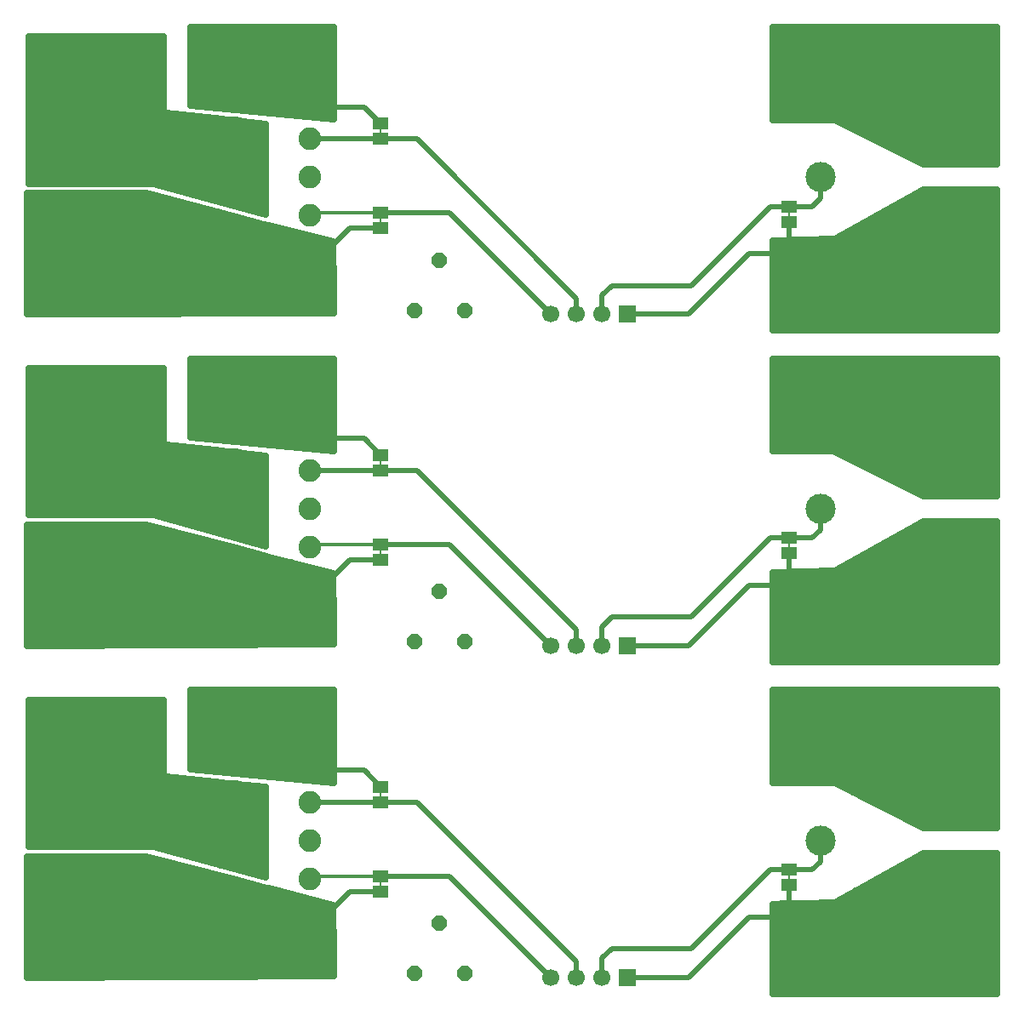
<source format=gtl>
G04 DipTrace 3.2.0.1*
G04 Top.GTL*
%MOIN*%
G04 #@! TF.FileFunction,Copper,L1,Top*
G04 #@! TF.Part,Single*
%AMOUTLINE0*
4,1,8,
0.030488,-0.012629,
0.012629,-0.030488,
-0.012629,-0.030488,
-0.030488,-0.012629,
-0.030488,0.012629,
-0.012629,0.030488,
0.012629,0.030488,
0.030488,0.012629,
0.030488,-0.012629,
0*%
%AMOUTLINE1*
4,1,20,
0.0,0.070866,
0.027374,0.067398,
0.052068,0.057332,
0.071665,0.041654,
0.084247,0.021899,
0.088583,0.0,
0.084247,-0.021899,
0.071665,-0.041654,
0.052068,-0.057332,
0.027374,-0.067398,
0.0,-0.070866,
-0.027374,-0.067398,
-0.052068,-0.057332,
-0.071665,-0.041654,
-0.084247,-0.021899,
-0.088583,0.0,
-0.084247,0.021899,
-0.071665,0.041654,
-0.052068,0.057332,
-0.027374,0.067398,
0.0,0.070866,
0*%
G04 #@! TA.AperFunction,Conductor*
%ADD14C,0.019685*%
%ADD15C,0.012992*%
G04 #@! TA.AperFunction,CopperBalancing*
%ADD16C,0.025*%
G04 #@! TA.AperFunction,ComponentPad*
%ADD17R,0.066929X0.066929*%
%ADD18C,0.066929*%
%ADD19C,0.23622*%
%ADD20C,0.11811*%
%ADD21C,0.088583*%
%ADD22C,0.15*%
%ADD23C,0.062992*%
%ADD26R,0.063X0.046*%
%ADD27R,0.008X0.025*%
G04 #@! TA.AperFunction,ComponentPad*
%ADD65OUTLINE0*%
%ADD66OUTLINE1*%
%FSLAX26Y26*%
G04*
G70*
G90*
G75*
G01*
G04 Top*
%LPD*%
X1448720Y866249D2*
D14*
X1383719Y931251D1*
X1169980D1*
Y956251D1*
X1448720Y456251D2*
X1328741D1*
X1241240Y368749D1*
X1169980D1*
Y356251D1*
X1448720Y806249D2*
Y806251D1*
X1169980D1*
X1448720Y806249D2*
X1591240D1*
X2216240Y181249D1*
Y118749D1*
X1448720Y516251D2*
X1718739D1*
X2116240Y118749D1*
X1448720Y516251D2*
D15*
X1179980D1*
X1169980Y506251D1*
X3169980Y656251D2*
D14*
Y572490D1*
X3138741Y541251D1*
X3047490D1*
X2976240D1*
X2666240Y231251D1*
X2353740D1*
X2316240Y193751D1*
Y118749D1*
X3047490Y481251D2*
Y356251D1*
X3169980D1*
X2891241D1*
X2653740Y118749D1*
X2416240D1*
X706258Y1218882D2*
D16*
X1263743D1*
X706258Y1194013D2*
X1263743D1*
X706258Y1169144D2*
X1263743D1*
X706258Y1144276D2*
X1263743D1*
X706258Y1119407D2*
X1263743D1*
X706258Y1094538D2*
X1263743D1*
X706258Y1069669D2*
X1263743D1*
X706258Y1044801D2*
X1263743D1*
X706258Y1019932D2*
X1263743D1*
X706258Y995063D2*
X1263743D1*
X706258Y970194D2*
X1263743D1*
X706258Y945325D2*
X1263743D1*
X872330Y920457D2*
X1263743D1*
X1132096Y895588D2*
X1263743D1*
X1266217Y1243749D2*
X703747Y1243751D1*
X703740Y936343D1*
X1266215Y882506D1*
X1266240Y1243775D1*
X68758Y568882D2*
X620107D1*
X68758Y544013D2*
X715558D1*
X68758Y519144D2*
X811046D1*
X68758Y494276D2*
X906498D1*
X68758Y469407D2*
X996137D1*
X68758Y444538D2*
X1097438D1*
X68758Y419669D2*
X1192890D1*
X68758Y394801D2*
X1258056D1*
X68758Y369932D2*
X1258845D1*
X68758Y345063D2*
X1259670D1*
X68758Y320194D2*
X1260460D1*
X68758Y295325D2*
X1261249D1*
X68758Y270457D2*
X1262075D1*
X68758Y245588D2*
X1262864D1*
X68758Y220719D2*
X1263654D1*
X68758Y195850D2*
X1263725D1*
X68758Y170982D2*
X1263725D1*
X68758Y146113D2*
X1263725D1*
X68758Y121244D2*
X540121D1*
X532897Y592258D2*
X66259D1*
X66240Y118836D1*
X1266223Y124936D1*
X1266240Y218568D1*
X1260299Y402732D1*
X1012338Y467354D1*
X1006979Y467430D1*
X1002899Y468225D1*
X895974Y497667D1*
X532852Y592262D1*
X2987508Y1218882D2*
X3857472D1*
X2987508Y1194013D2*
X3857472D1*
X2987508Y1169144D2*
X3857472D1*
X2987508Y1144276D2*
X3857472D1*
X2987508Y1119407D2*
X3857472D1*
X2987508Y1094538D2*
X3857472D1*
X2987508Y1069669D2*
X3857472D1*
X2987508Y1044801D2*
X3857472D1*
X2987508Y1019932D2*
X3857472D1*
X2987508Y995063D2*
X3857472D1*
X2987508Y970194D2*
X3857472D1*
X2987508Y945325D2*
X3857472D1*
X2987508Y920457D2*
X3857472D1*
X2987508Y895588D2*
X3857472D1*
X3248996Y870719D2*
X3857472D1*
X3298732Y845850D2*
X3857472D1*
X3348467Y820982D2*
X3857472D1*
X3398203Y796113D2*
X3857472D1*
X3447938Y771244D2*
X3857472D1*
X3497674Y746375D2*
X3857472D1*
X3547409Y721507D2*
X3857472D1*
X3859967Y1243751D2*
X2984958Y1243750D1*
X2984990Y881224D1*
X3224352Y881111D1*
X3227186Y880335D1*
X3575455Y706243D1*
X3859958Y706249D1*
X3859990Y1243746D1*
X3533307Y581382D2*
X3857472D1*
X3488380Y556513D2*
X3857472D1*
X3443453Y531644D2*
X3857472D1*
X3398526Y506776D2*
X3857472D1*
X3353599Y481907D2*
X3857472D1*
X3308672Y457038D2*
X3857472D1*
X3263745Y432169D2*
X3857472D1*
X3017184Y407301D2*
X3857472D1*
X2987508Y382432D2*
X3857472D1*
X2987508Y357563D2*
X3857472D1*
X2987508Y332694D2*
X3857472D1*
X2987508Y307825D2*
X3857472D1*
X2987508Y282957D2*
X3857472D1*
X2987508Y258088D2*
X3857472D1*
X2987508Y233219D2*
X3857472D1*
X2987508Y208350D2*
X3857472D1*
X2987508Y183482D2*
X3857472D1*
X2987508Y158613D2*
X3857472D1*
X2987508Y133744D2*
X3857472D1*
X2987508Y108875D2*
X3857472D1*
X2987508Y84007D2*
X3857472D1*
X2987508Y59138D2*
X3857472D1*
X3859990Y56273D2*
Y606234D1*
X3575721Y606251D1*
X3226759Y413251D1*
X3223898Y412579D1*
X2985001Y406558D1*
X2984990Y56283D1*
X3859958Y56249D1*
X75007Y1181381D2*
X594993D1*
X75007Y1156512D2*
X594993D1*
X75007Y1131643D2*
X594993D1*
X75007Y1106774D2*
X594993D1*
X75007Y1081906D2*
X594993D1*
X75007Y1057037D2*
X594993D1*
X75007Y1032168D2*
X594993D1*
X75007Y1007299D2*
X594993D1*
X75007Y982430D2*
X594993D1*
X75007Y957562D2*
X594993D1*
X75007Y932693D2*
X594993D1*
X75007Y907824D2*
X601416D1*
X75007Y882955D2*
X819772D1*
X75007Y858087D2*
X994994D1*
X75007Y833218D2*
X994994D1*
X75007Y808349D2*
X994994D1*
X75007Y783480D2*
X994994D1*
X75007Y758612D2*
X994994D1*
X75007Y733743D2*
X994994D1*
X75007Y708874D2*
X994994D1*
X75007Y684005D2*
X994994D1*
X75007Y659136D2*
X994994D1*
X75007Y634268D2*
X994994D1*
X642875Y609399D2*
X994994D1*
X732370Y584530D2*
X994994D1*
X821901Y559661D2*
X994994D1*
X911432Y534793D2*
X994994D1*
X882854Y876327D2*
X873520Y875295D1*
X868319Y875543D1*
X837552Y879622D1*
X830497Y882056D1*
X607071Y906595D1*
X604315Y907612D1*
X601871Y909244D1*
X599877Y911402D1*
X598441Y913966D1*
X597643Y916794D1*
X597489Y927936D1*
Y1206218D1*
X72480Y1206249D1*
X72490Y631218D1*
X561410Y631170D1*
X572186Y628336D1*
X997494Y510195D1*
X997489Y863824D1*
X882889Y876327D1*
D17*
X2416240Y118749D3*
D18*
X2316240D3*
X2216240D3*
X2116240D3*
D19*
X3722490Y1131251D3*
Y831251D3*
Y468749D3*
Y168749D3*
D20*
X3169980Y956251D3*
Y656251D3*
Y356251D3*
D21*
X1169980Y656251D3*
Y506251D3*
Y806251D3*
D22*
Y956251D3*
Y356251D3*
D23*
X472490Y1106249D3*
X275640Y968454D3*
X472490Y830659D3*
X275640Y692864D3*
X472490Y555068D3*
X275640Y417273D3*
X472490Y279478D3*
X275640Y141682D3*
D26*
X1448720Y806249D3*
Y866249D3*
D27*
Y836249D3*
D26*
Y456251D3*
Y516251D3*
D27*
Y486251D3*
D26*
X3047490Y481251D3*
Y541251D3*
D27*
Y511251D3*
D65*
X1678740Y331251D3*
X1777165Y134400D3*
X1580315D3*
D66*
X872490Y625000D3*
Y821850D3*
Y979331D3*
Y1176181D3*
X1448720Y2165462D2*
D14*
X1383719Y2230463D1*
X1169980D1*
Y2255463D1*
X1448720Y1755463D2*
X1328741D1*
X1241240Y1667962D1*
X1169980D1*
Y1655463D1*
X1448720Y2105462D2*
Y2105463D1*
X1169980D1*
X1448720Y2105462D2*
X1591240D1*
X2216240Y1480462D1*
Y1417962D1*
X1448720Y1815463D2*
X1718739D1*
X2116240Y1417962D1*
X1448720Y1815463D2*
D15*
X1179980D1*
X1169980Y1805463D1*
X3169980Y1955463D2*
D14*
Y1871702D1*
X3138741Y1840463D1*
X3047490D1*
X2976240D1*
X2666240Y1530463D1*
X2353740D1*
X2316240Y1492963D1*
Y1417962D1*
X3047490Y1780463D2*
Y1655463D1*
X3169980D1*
X2891241D1*
X2653740Y1417962D1*
X2416240D1*
X706258Y2518094D2*
D16*
X1263743D1*
X706258Y2493226D2*
X1263743D1*
X706258Y2468357D2*
X1263743D1*
X706258Y2443488D2*
X1263743D1*
X706258Y2418619D2*
X1263743D1*
X706258Y2393751D2*
X1263743D1*
X706258Y2368882D2*
X1263743D1*
X706258Y2344013D2*
X1263743D1*
X706258Y2319144D2*
X1263743D1*
X706258Y2294276D2*
X1263743D1*
X706258Y2269407D2*
X1263743D1*
X706258Y2244538D2*
X1263743D1*
X872330Y2219669D2*
X1263743D1*
X1132096Y2194801D2*
X1263743D1*
X1266217Y2542962D2*
X703747Y2542963D1*
X703740Y2235556D1*
X1266215Y2181718D1*
X1266240Y2542988D1*
X68758Y1868094D2*
X620107D1*
X68758Y1843226D2*
X715558D1*
X68758Y1818357D2*
X811046D1*
X68758Y1793488D2*
X906498D1*
X68758Y1768619D2*
X996137D1*
X68758Y1743751D2*
X1097438D1*
X68758Y1718882D2*
X1192890D1*
X68758Y1694013D2*
X1258056D1*
X68758Y1669144D2*
X1258845D1*
X68758Y1644276D2*
X1259670D1*
X68758Y1619407D2*
X1260460D1*
X68758Y1594538D2*
X1261249D1*
X68758Y1569669D2*
X1262075D1*
X68758Y1544801D2*
X1262864D1*
X68758Y1519932D2*
X1263654D1*
X68758Y1495063D2*
X1263725D1*
X68758Y1470194D2*
X1263725D1*
X68758Y1445325D2*
X1263725D1*
X68758Y1420457D2*
X540121D1*
X532897Y1891471D2*
X66259D1*
X66240Y1418048D1*
X1266223Y1424149D1*
X1266240Y1517780D1*
X1260299Y1701945D1*
X1012338Y1766566D1*
X1006979Y1766643D1*
X1002899Y1767438D1*
X895974Y1796880D1*
X532852Y1891475D1*
X2987508Y2518094D2*
X3857472D1*
X2987508Y2493226D2*
X3857472D1*
X2987508Y2468357D2*
X3857472D1*
X2987508Y2443488D2*
X3857472D1*
X2987508Y2418619D2*
X3857472D1*
X2987508Y2393751D2*
X3857472D1*
X2987508Y2368882D2*
X3857472D1*
X2987508Y2344013D2*
X3857472D1*
X2987508Y2319144D2*
X3857472D1*
X2987508Y2294276D2*
X3857472D1*
X2987508Y2269407D2*
X3857472D1*
X2987508Y2244538D2*
X3857472D1*
X2987508Y2219669D2*
X3857472D1*
X2987508Y2194801D2*
X3857472D1*
X3248996Y2169932D2*
X3857472D1*
X3298732Y2145063D2*
X3857472D1*
X3348467Y2120194D2*
X3857472D1*
X3398203Y2095325D2*
X3857472D1*
X3447938Y2070457D2*
X3857472D1*
X3497674Y2045588D2*
X3857472D1*
X3547409Y2020719D2*
X3857472D1*
X3859967Y2542963D2*
X2984958D1*
X2984990Y2180437D1*
X3224352Y2180324D1*
X3227186Y2179548D1*
X3575455Y2005455D1*
X3859958Y2005462D1*
X3859990Y2542959D1*
X3533307Y1880594D2*
X3857472D1*
X3488380Y1855726D2*
X3857472D1*
X3443453Y1830857D2*
X3857472D1*
X3398526Y1805988D2*
X3857472D1*
X3353599Y1781119D2*
X3857472D1*
X3308672Y1756251D2*
X3857472D1*
X3263745Y1731382D2*
X3857472D1*
X3017184Y1706513D2*
X3857472D1*
X2987508Y1681644D2*
X3857472D1*
X2987508Y1656776D2*
X3857472D1*
X2987508Y1631907D2*
X3857472D1*
X2987508Y1607038D2*
X3857472D1*
X2987508Y1582169D2*
X3857472D1*
X2987508Y1557301D2*
X3857472D1*
X2987508Y1532432D2*
X3857472D1*
X2987508Y1507563D2*
X3857472D1*
X2987508Y1482694D2*
X3857472D1*
X2987508Y1457825D2*
X3857472D1*
X2987508Y1432957D2*
X3857472D1*
X2987508Y1408088D2*
X3857472D1*
X2987508Y1383219D2*
X3857472D1*
X2987508Y1358350D2*
X3857472D1*
X3859990Y1355486D2*
Y1905447D1*
X3575721Y1905463D1*
X3226759Y1712464D1*
X3223898Y1711792D1*
X2985001Y1705771D1*
X2984990Y1355496D1*
X3859958Y1355462D1*
X75007Y2480593D2*
X594993D1*
X75007Y2455724D2*
X594993D1*
X75007Y2430856D2*
X594993D1*
X75007Y2405987D2*
X594993D1*
X75007Y2381118D2*
X594993D1*
X75007Y2356249D2*
X594993D1*
X75007Y2331381D2*
X594993D1*
X75007Y2306512D2*
X594993D1*
X75007Y2281643D2*
X594993D1*
X75007Y2256774D2*
X594993D1*
X75007Y2231906D2*
X594993D1*
X75007Y2207037D2*
X601416D1*
X75007Y2182168D2*
X819772D1*
X75007Y2157299D2*
X994994D1*
X75007Y2132430D2*
X994994D1*
X75007Y2107562D2*
X994994D1*
X75007Y2082693D2*
X994994D1*
X75007Y2057824D2*
X994994D1*
X75007Y2032955D2*
X994994D1*
X75007Y2008087D2*
X994994D1*
X75007Y1983218D2*
X994994D1*
X75007Y1958349D2*
X994994D1*
X75007Y1933480D2*
X994994D1*
X642875Y1908612D2*
X994994D1*
X732370Y1883743D2*
X994994D1*
X821901Y1858874D2*
X994994D1*
X911432Y1834005D2*
X994994D1*
X882854Y2175540D2*
X873520Y2174508D1*
X868319Y2174755D1*
X837552Y2178834D1*
X830497Y2181269D1*
X607071Y2205807D1*
X604315Y2206824D1*
X601871Y2208457D1*
X599877Y2210615D1*
X598441Y2213178D1*
X597643Y2216006D1*
X597489Y2227148D1*
Y2505430D1*
X72480Y2505462D1*
X72490Y1930430D1*
X561410Y1930382D1*
X572186Y1927549D1*
X997494Y1809408D1*
X997489Y2163037D1*
X882889Y2175539D1*
D17*
X2416240Y1417962D3*
D18*
X2316240D3*
X2216240D3*
X2116240D3*
D19*
X3722490Y2430463D3*
Y2130463D3*
Y1767962D3*
Y1467962D3*
D20*
X3169980Y2255463D3*
Y1955463D3*
Y1655463D3*
D21*
X1169980Y1955463D3*
Y1805463D3*
Y2105463D3*
D22*
Y2255463D3*
Y1655463D3*
D23*
X472490Y2405462D3*
X275640Y2267667D3*
X472490Y2129871D3*
X275640Y1992076D3*
X472490Y1854281D3*
X275640Y1716486D3*
X472490Y1578690D3*
X275640Y1440895D3*
D26*
X1448720Y2105462D3*
Y2165462D3*
D27*
Y2135462D3*
D26*
Y1755463D3*
Y1815463D3*
D27*
Y1785463D3*
D26*
X3047490Y1780463D3*
Y1840463D3*
D27*
Y1810463D3*
D65*
X1678740Y1630463D3*
X1777165Y1433613D3*
X1580315D3*
D66*
X872490Y1924213D3*
Y2121063D3*
Y2278543D3*
Y2475394D3*
X1448720Y3464675D2*
D14*
X1383719Y3529676D1*
X1169980D1*
Y3554676D1*
X1448720Y3054676D2*
X1328741D1*
X1241240Y2967175D1*
X1169980D1*
Y2954676D1*
X1448720Y3404675D2*
Y3404676D1*
X1169980D1*
X1448720Y3404675D2*
X1591240D1*
X2216240Y2779675D1*
Y2717175D1*
X1448720Y3114676D2*
X1718739D1*
X2116240Y2717175D1*
X1448720Y3114676D2*
D15*
X1179980D1*
X1169980Y3104676D1*
X3169980Y3254676D2*
D14*
Y3170915D1*
X3138741Y3139676D1*
X3047490D1*
X2976240D1*
X2666240Y2829676D1*
X2353740D1*
X2316240Y2792176D1*
Y2717175D1*
X3047490Y3079676D2*
Y2954676D1*
X3169980D1*
X2891241D1*
X2653740Y2717175D1*
X2416240D1*
X706258Y3817307D2*
D16*
X1263743D1*
X706258Y3792438D2*
X1263743D1*
X706258Y3767570D2*
X1263743D1*
X706258Y3742701D2*
X1263743D1*
X706258Y3717832D2*
X1263743D1*
X706258Y3692963D2*
X1263743D1*
X706258Y3668094D2*
X1263743D1*
X706258Y3643226D2*
X1263743D1*
X706258Y3618357D2*
X1263743D1*
X706258Y3593488D2*
X1263743D1*
X706258Y3568619D2*
X1263743D1*
X706258Y3543751D2*
X1263743D1*
X872330Y3518882D2*
X1263743D1*
X1132096Y3494013D2*
X1263743D1*
X1266217Y3842174D2*
X703747Y3842176D1*
X703740Y3534768D1*
X1266215Y3480931D1*
X1266240Y3842200D1*
X68758Y3167307D2*
X620107D1*
X68758Y3142438D2*
X715558D1*
X68758Y3117570D2*
X811046D1*
X68758Y3092701D2*
X906498D1*
X68758Y3067832D2*
X996137D1*
X68758Y3042963D2*
X1097438D1*
X68758Y3018094D2*
X1192890D1*
X68758Y2993226D2*
X1258056D1*
X68758Y2968357D2*
X1258845D1*
X68758Y2943488D2*
X1259670D1*
X68758Y2918619D2*
X1260460D1*
X68758Y2893751D2*
X1261249D1*
X68758Y2868882D2*
X1262075D1*
X68758Y2844013D2*
X1262864D1*
X68758Y2819144D2*
X1263654D1*
X68758Y2794276D2*
X1263725D1*
X68758Y2769407D2*
X1263725D1*
X68758Y2744538D2*
X1263725D1*
X68758Y2719669D2*
X540121D1*
X532897Y3190684D2*
X66259D1*
X66240Y2717261D1*
X1266223Y2723362D1*
X1266240Y2816993D1*
X1260299Y3001158D1*
X1012338Y3065779D1*
X1006979Y3065855D1*
X1002899Y3066650D1*
X895974Y3096092D1*
X532852Y3190687D1*
X2987508Y3817307D2*
X3857472D1*
X2987508Y3792438D2*
X3857472D1*
X2987508Y3767570D2*
X3857472D1*
X2987508Y3742701D2*
X3857472D1*
X2987508Y3717832D2*
X3857472D1*
X2987508Y3692963D2*
X3857472D1*
X2987508Y3668094D2*
X3857472D1*
X2987508Y3643226D2*
X3857472D1*
X2987508Y3618357D2*
X3857472D1*
X2987508Y3593488D2*
X3857472D1*
X2987508Y3568619D2*
X3857472D1*
X2987508Y3543751D2*
X3857472D1*
X2987508Y3518882D2*
X3857472D1*
X2987508Y3494013D2*
X3857472D1*
X3248996Y3469144D2*
X3857472D1*
X3298732Y3444276D2*
X3857472D1*
X3348467Y3419407D2*
X3857472D1*
X3398203Y3394538D2*
X3857472D1*
X3447938Y3369669D2*
X3857472D1*
X3497674Y3344801D2*
X3857472D1*
X3547409Y3319932D2*
X3857472D1*
X3859967Y3842176D2*
X2984958Y3842175D1*
X2984990Y3479650D1*
X3224352Y3479536D1*
X3227186Y3478760D1*
X3575455Y3304668D1*
X3859958Y3304675D1*
X3859990Y3842171D1*
X3533307Y3179807D2*
X3857472D1*
X3488380Y3154938D2*
X3857472D1*
X3443453Y3130070D2*
X3857472D1*
X3398526Y3105201D2*
X3857472D1*
X3353599Y3080332D2*
X3857472D1*
X3308672Y3055463D2*
X3857472D1*
X3263745Y3030594D2*
X3857472D1*
X3017184Y3005726D2*
X3857472D1*
X2987508Y2980857D2*
X3857472D1*
X2987508Y2955988D2*
X3857472D1*
X2987508Y2931119D2*
X3857472D1*
X2987508Y2906251D2*
X3857472D1*
X2987508Y2881382D2*
X3857472D1*
X2987508Y2856513D2*
X3857472D1*
X2987508Y2831644D2*
X3857472D1*
X2987508Y2806776D2*
X3857472D1*
X2987508Y2781907D2*
X3857472D1*
X2987508Y2757038D2*
X3857472D1*
X2987508Y2732169D2*
X3857472D1*
X2987508Y2707301D2*
X3857472D1*
X2987508Y2682432D2*
X3857472D1*
X2987508Y2657563D2*
X3857472D1*
X3859990Y2654698D2*
Y3204659D1*
X3575721Y3204676D1*
X3226759Y3011677D1*
X3223898Y3011005D1*
X2985001Y3004983D1*
X2984990Y2654708D1*
X3859958Y2654675D1*
X75007Y3779806D2*
X594993D1*
X75007Y3754937D2*
X594993D1*
X75007Y3730068D2*
X594993D1*
X75007Y3705199D2*
X594993D1*
X75007Y3680331D2*
X594993D1*
X75007Y3655462D2*
X594993D1*
X75007Y3630593D2*
X594993D1*
X75007Y3605724D2*
X594993D1*
X75007Y3580856D2*
X594993D1*
X75007Y3555987D2*
X594993D1*
X75007Y3531118D2*
X594993D1*
X75007Y3506249D2*
X601416D1*
X75007Y3481381D2*
X819772D1*
X75007Y3456512D2*
X994994D1*
X75007Y3431643D2*
X994994D1*
X75007Y3406774D2*
X994994D1*
X75007Y3381906D2*
X994994D1*
X75007Y3357037D2*
X994994D1*
X75007Y3332168D2*
X994994D1*
X75007Y3307299D2*
X994994D1*
X75007Y3282430D2*
X994994D1*
X75007Y3257562D2*
X994994D1*
X75007Y3232693D2*
X994994D1*
X642875Y3207824D2*
X994994D1*
X732370Y3182955D2*
X994994D1*
X821901Y3158087D2*
X994994D1*
X911432Y3133218D2*
X994994D1*
X882854Y3474752D2*
X873520Y3473721D1*
X868319Y3473968D1*
X837552Y3478047D1*
X830497Y3480481D1*
X607071Y3505020D1*
X604315Y3506037D1*
X601871Y3507669D1*
X599877Y3509827D1*
X598441Y3512391D1*
X597643Y3515219D1*
X597489Y3526361D1*
Y3804643D1*
X72480Y3804674D1*
X72490Y3229643D1*
X561410Y3229595D1*
X572186Y3226761D1*
X997494Y3108620D1*
X997489Y3462249D1*
X882889Y3474752D1*
D17*
X2416240Y2717175D3*
D18*
X2316240D3*
X2216240D3*
X2116240D3*
D19*
X3722490Y3729676D3*
Y3429676D3*
Y3067175D3*
Y2767175D3*
D20*
X3169980Y3554676D3*
Y3254676D3*
Y2954676D3*
D21*
X1169980Y3254676D3*
Y3104676D3*
Y3404676D3*
D22*
Y3554676D3*
Y2954676D3*
D23*
X472490Y3704675D3*
X275640Y3566879D3*
X472490Y3429084D3*
X275640Y3291289D3*
X472490Y3153493D3*
X275640Y3015698D3*
X472490Y2877903D3*
X275640Y2740108D3*
D26*
X1448720Y3404675D3*
Y3464675D3*
D27*
Y3434675D3*
D26*
Y3054676D3*
Y3114676D3*
D27*
Y3084676D3*
D26*
X3047490Y3079676D3*
Y3139676D3*
D27*
Y3109676D3*
D65*
X1678740Y2929676D3*
X1777165Y2732825D3*
X1580315D3*
D66*
X872490Y3223425D3*
Y3420276D3*
Y3577756D3*
Y3774606D3*
M02*

</source>
